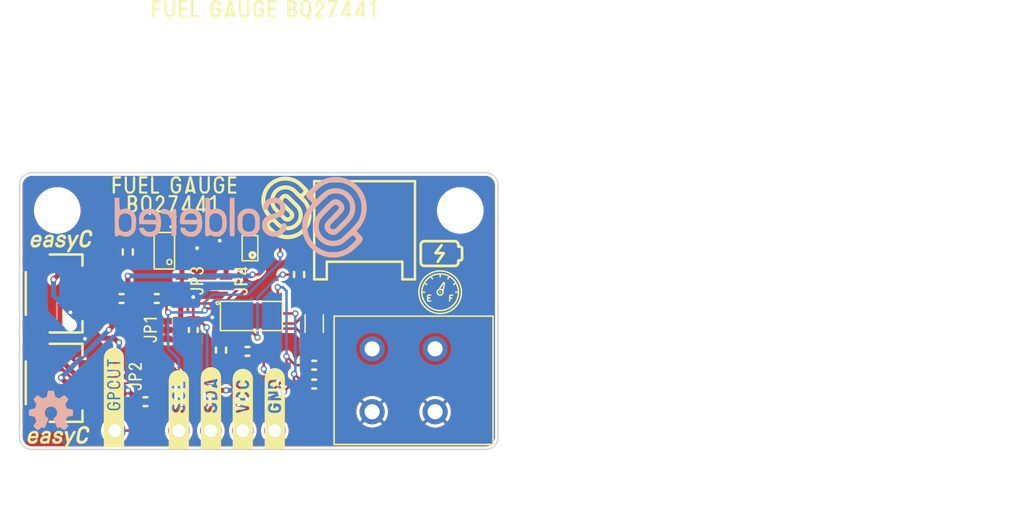
<source format=kicad_pcb>
(kicad_pcb (version 20210623) (generator pcbnew)
  (layers (0 "F.Cu" signal) (31 "B.Cu" signal) (34 "B.Paste" user) (35 "F.Paste" user) (36 "B.SilkS" user "B.Silkscreen") (37 "F.SilkS" user "F.Silkscreen") (38 "B.Mask" user) (39 "F.Mask" user) (44 "Edge.Cuts" user))
  (net 0 "")
  (net 1 "GND")
  (net 2 "Net-(C1-Pad2)")
  (net 3 "VCC")
  (net 4 "Net-(C3-Pad2)")
  (net 5 "3V3")
  (net 6 "SCL_PULL5")
  (net 7 "5V")
  (net 8 "SDA_PULL5")
  (net 9 "SCL_PULL3,3")
  (net 10 "SDA_PULL3,3")
  (net 11 "GPOUT")
  (net 12 "VSYS")
  (net 13 "SCL3,3")
  (net 14 "SDA3,3")
  (net 15 "SDA5")
  (net 16 "SCL5")
  (net 19 "BIN")
  (footprint "Soldered Graphics:Logo-Back-SolderedFULL-20mm" (layer "F.Cu") (at 127.57 95.54)
    (fp_text reference "REF**" hide)
    (fp_text value "Logo-Front-SolderedFULL-20mm" hide)
  )
  (footprint "buzzardLabel" (layer "F.Cu") (at 125.2 114.4 90)
    (fp_text reference "" (at 0 0 90) (layer "F.SilkS") (effects (font (size 1.27 1.27))))
    (fp_text value "" (at 0 0 90) (layer "F.SilkS") (effects (font (size 1.27 1.27))))
  )
  (footprint "buzzardLabel" (layer "F.Cu") (at 127.6 100.6 90)
    (fp_text reference "" (at 0 0 90) (layer "F.SilkS") (effects (font (size 1.27 1.27))))
    (fp_text value "" (at 0 0 90) (layer "F.SilkS") (effects (font (size 1.27 1.27))))
  )
  (footprint "buzzardLabel" (layer "F.Cu") (at 124.1 100.6 90)
    (fp_text reference "" (at 0 0 90) (layer "F.SilkS") (effects (font (size 1.27 1.27))))
    (fp_text value "" (at 0 0 90) (layer "F.SilkS") (effects (font (size 1.27 1.27))))
  )
  (footprint "buzzardLabel" (layer "F.Cu") (at 122.3 93)
    (fp_text reference "" (at 0 0) (layer "F.SilkS") (effects (font (size 1.27 1.27))))
    (fp_text value "" (at 0 0) (layer "F.SilkS") (effects (font (size 1.27 1.27))))
  )
  (footprint "buzzardLabel" (layer "F.Cu") (at 122.1 94.5)
    (fp_text reference "" (at 0 0) (layer "F.SilkS") (effects (font (size 1.27 1.27))))
    (fp_text value "" (at 0 0) (layer "F.SilkS") (effects (font (size 1.27 1.27))))
  )
  (footprint "e-radionica.com footprinti:0603R" (layer "F.Cu") (at 118.1 102 180)
    (fp_text reference "R1")
    (fp_text value "10k")
    (pad "1" smd rect locked (at -0.775 0 270) (size 1 0.64) (layers "F.Cu" "F.Paste" "F.Mask") (net 10 "SDA_PULL3,3"))
    (pad "2" smd rect locked (at 0.775 0 270) (size 1 0.64) (layers "F.Cu" "F.Paste" "F.Mask") (net 14 "SDA3,3"))
  )
  (footprint "e-radionica.com footprinti:HOLE_3.2mm" (layer "F.Cu") (at 113 95)
    (fp_text reference "H1" hide)
    (fp_text value "HOLE_3.2mm" hide)
    (pad "" np_thru_hole circle locked (at 0 0) (size 3.2 3.2) (drill 3.2) (layers F&B.Cu *.Mask))
  )
  (footprint "e-radionica.com footprinti:SMD-JUMPER-CONNECTED_TRACE_SLODERMASK" (layer "F.Cu") (at 122.9 100.6 -90)
    (fp_text reference "JP3")
    (fp_text value "SMD-JUMPER-CONNECTED_TRACE_SLODERMASK")
    (fp_poly (pts (xy 0.1 0.1) (xy -0.1 0.1) (xy -0.1 -0.1) (xy 0.1 -0.1)) (layer "F.Cu") (width 0.1) (fill solid))
    (pad "1" smd rect (at -0.35 0 270) (size 0.5 1) (layers "F.Cu" "F.Mask") (net 4 "Net-(C3-Pad2)"))
    (pad "2" smd rect (at 0.35 0 270) (size 0.5 1) (layers "F.Cu" "F.Mask") (net 7 "5V"))
  )
  (footprint "e-radionica.com footprinti:BQ27441" (layer "F.Cu") (at 128.413285 103.39 90)
    (fp_text reference "U1")
    (fp_text value "BQ27441")
    (pad "" smd rect (at 0 0 270) (size 2 2) (layers "F.Cu" "F.Paste" "F.Mask"))
    (pad "1" smd rect (at 1 -1.975 180) (size 0.85 0.2) (layers "F.Cu" "F.Paste" "F.Mask") (net 15 "SDA5"))
    (pad "2" smd rect (at 0.6 -1.975 180) (size 0.85 0.2) (layers "F.Cu" "F.Paste" "F.Mask") (net 16 "SCL5"))
    (pad "3" smd rect (at 0.2 -1.975 180) (size 0.85 0.2) (layers "F.Cu" "F.Paste" "F.Mask") (net 1 "GND"))
    (pad "4" smd rect (at -0.2 -1.975 180) (size 0.85 0.2) (layers "F.Cu" "F.Paste" "F.Mask"))
    (pad "5" smd rect (at -0.6 -1.975 180) (size 0.85 0.2) (layers "F.Cu" "F.Paste" "F.Mask") (net 2 "Net-(C1-Pad2)"))
    (pad "6" smd rect (at -1 -1.98 180) (size 0.85 0.2) (layers "F.Cu" "F.Paste" "F.Mask") (net 3 "VCC"))
    (pad "7" smd rect (at -1 1.975 180) (size 0.85 0.2) (layers "F.Cu" "F.Paste" "F.Mask") (net 12 "VSYS"))
    (pad "8" smd rect (at -0.6 1.975 180) (size 0.85 0.2) (layers "F.Cu" "F.Paste" "F.Mask") (net 3 "VCC"))
    (pad "9" smd rect (at -0.2 1.975 180) (size 0.85 0.2) (layers "F.Cu" "F.Paste" "F.Mask"))
    (pad "10" smd rect (at 0.2 1.975 180) (size 0.85 0.2) (layers "F.Cu" "F.Paste" "F.Mask") (net 19 "BIN"))
    (pad "11" smd rect (at 0.6 1.975 180) (size 0.85 0.2) (layers "F.Cu" "F.Paste" "F.Mask"))
    (pad "12" smd rect (at 1 1.975 180) (size 0.85 0.2) (layers "F.Cu" "F.Paste" "F.Mask") (net 11 "GPOUT"))
  )
  (footprint "buzzardLabel" (layer "F.Cu") (at 119.2 108.2 90)
    (fp_text reference "" (at 0 0 90) (layer "F.SilkS") (effects (font (size 1.27 1.27))))
    (fp_text value "" (at 0 0 90) (layer "F.SilkS") (effects (font (size 1.27 1.27))))
  )
  (footprint "buzzardLabel" (layer "F.Cu") (at 122.65 114.4 90)
    (fp_text reference "" (at 0 0 90) (layer "F.SilkS") (effects (font (size 1.27 1.27))))
    (fp_text value "" (at 0 0 90) (layer "F.SilkS") (effects (font (size 1.27 1.27))))
  )
  (footprint "buzzardLabel" (layer "F.Cu") (at 130.27 114.4 90)
    (fp_text reference "" (at 0 0 90) (layer "F.SilkS") (effects (font (size 1.27 1.27))))
    (fp_text value "" (at 0 0 90) (layer "F.SilkS") (effects (font (size 1.27 1.27))))
  )
  (footprint "Soldered Graphics:Logo-Back-OSH-3.5mm" (layer "F.Cu") (at 112.5 110.9)
    (fp_text reference "G***" hide)
    (fp_text value "LOGO" hide)
  )
  (footprint "e-radionica.com footprinti:0603R" (layer "F.Cu") (at 120.9 102)
    (fp_text reference "R2")
    (fp_text value "10k")
    (pad "1" smd rect locked (at -0.775 0 90) (size 1 0.64) (layers "F.Cu" "F.Paste" "F.Mask") (net 6 "SCL_PULL5"))
    (pad "2" smd rect locked (at 0.775 0 90) (size 1 0.64) (layers "F.Cu" "F.Paste" "F.Mask") (net 16 "SCL5"))
  )
  (footprint "e-radionica.com footprinti:TERMINAL_KF235-5.0-2P" (layer "F.Cu") (at 140.5 108.5 90)
    (fp_text reference "K3")
    (fp_text value "TERMINAL_KF235-5.0-2P")
    (pad "1" thru_hole circle (at 2.5 -2.5 90) (size 2 2) (drill 1.2) (layers *.Cu *.Mask) (net 12 "VSYS"))
    (pad "1" thru_hole circle (at 2.5 2.5 90) (size 2 2) (drill 1.2) (layers *.Cu *.Mask) (net 12 "VSYS"))
    (pad "2" thru_hole circle (at -2.5 -2.5 90) (size 2 2) (drill 1.2) (layers *.Cu *.Mask) (net 1 "GND"))
    (pad "2" thru_hole circle (at -2.5 2.5 90) (size 2 2) (drill 1.2) (layers *.Cu *.Mask) (net 1 "GND"))
  )
  (footprint "e-radionica.com footprinti:easyC-connector" (layer "F.Cu") (at 113.3 101.6 90)
    (fp_text reference "K5")
    (fp_text value "easyC-SMD")
    (pad "1" smd rect locked (at -1.5 2.15 90) (size 0.6 1.55) (layers "F.Cu" "F.Paste" "F.Mask") (net 13 "SCL3,3"))
    (pad "2" smd rect locked (at -0.5 2.15 90) (size 0.6 1.55) (layers "F.Cu" "F.Paste" "F.Mask") (net 14 "SDA3,3"))
    (pad "3" smd rect locked (at 0.5 2.15 90) (size 0.6 1.55) (layers "F.Cu" "F.Paste" "F.Mask") (net 5 "3V3"))
    (pad "4" smd rect locked (at 1.5 2.15 90) (size 0.6 1.55) (layers "F.Cu" "F.Paste" "F.Mask") (net 1 "GND"))
    (pad "5" smd rect locked (at -2.6 -2.15 90) (size 1.2 1.8) (layers "F.Cu" "F.Paste" "F.Mask") (net 1 "GND"))
    (pad "5" smd rect locked (at 2.6 -2.15 90) (size 1.2 1.8) (layers "F.Cu" "F.Paste" "F.Mask") (net 1 "GND"))
  )
  (footprint "Soldered Graphics:Symbol-Front-Battery" (layer "F.Cu") (at 143.5 98.5)
    (fp_text reference "G***" hide)
    (fp_text value "LOGO" hide)
  )
  (footprint "e-radionica.com footprinti:JST-2pin-SMD" (layer "F.Cu") (at 137.4 97.475)
    (fp_text reference "K2")
    (fp_text value "JST-2pin-SMD")
    (pad "" smd rect locked (at 3.3 -3.15) (size 1 3) (layers "F.Cu" "F.Paste" "F.Mask"))
    (pad "" smd rect locked (at -3.3 -3.15) (size 1 3) (layers "F.Cu" "F.Paste" "F.Mask"))
    (pad "1" smd rect locked (at 1 3.15) (size 1.1 2) (layers "F.Cu" "F.Paste" "F.Mask") (net 3 "VCC"))
    (pad "2" smd rect locked (at -1 3.15) (size 1.1 2) (layers "F.Cu" "F.Paste" "F.Mask") (net 1 "GND"))
  )
  (footprint "Soldered Graphics:Logo-Front-Soldered-5mm" (layer "F.Cu") (at 131.2 94.8)
    (fp_text reference "G***" hide)
    (fp_text value "LOGO" hide)
  )
  (footprint "e-radionica.com footprinti:0603R" (layer "F.Cu") (at 128.1 106.2)
    (fp_text reference "R5")
    (fp_text value "10K")
    (pad "1" smd rect locked (at -0.775 0 90) (size 1 0.64) (layers "F.Cu" "F.Paste" "F.Mask") (net 1 "GND"))
    (pad "2" smd rect locked (at 0.775 0 90) (size 1 0.64) (layers "F.Cu" "F.Paste" "F.Mask") (net 19 "BIN"))
  )
  (footprint "e-radionica.com footprinti:1206R" (layer "F.Cu") (at 133.4 104 -90)
    (fp_text reference "R6")
    (fp_text value "0.010R")
    (pad "1" smd rect locked (at -1.525 0 270) (size 1.1 1.8) (layers "F.Cu" "F.Paste" "F.Mask") (net 3 "VCC"))
    (pad "2" smd rect locked (at 1.525 0 270) (size 1.1 1.8) (layers "F.Cu" "F.Paste" "F.Mask") (net 12 "VSYS"))
  )
  (footprint "e-radionica.com footprinti:0603R" (layer "F.Cu") (at 133.4 107.3)
    (fp_text reference "R8")
    (fp_text value "10K")
    (pad "1" smd rect locked (at -0.775 0 90) (size 1 0.64) (layers "F.Cu" "F.Paste" "F.Mask") (net 11 "GPOUT"))
    (pad "2" smd rect locked (at 0.775 0 90) (size 1 0.64) (layers "F.Cu" "F.Paste" "F.Mask") (net 12 "VSYS"))
  )
  (footprint "e-radionica.com footprinti:easyC-connector" (layer "F.Cu") (at 113.3 108.7 90)
    (fp_text reference "K4")
    (fp_text value "easyC-SMD")
    (pad "1" smd rect locked (at -1.5 2.15 90) (size 0.6 1.55) (layers "F.Cu" "F.Paste" "F.Mask") (net 13 "SCL3,3"))
    (pad "2" smd rect locked (at -0.5 2.15 90) (size 0.6 1.55) (layers "F.Cu" "F.Paste" "F.Mask") (net 14 "SDA3,3"))
    (pad "3" smd rect locked (at 0.5 2.15 90) (size 0.6 1.55) (layers "F.Cu" "F.Paste" "F.Mask") (net 5 "3V3"))
    (pad "4" smd rect locked (at 1.5 2.15 90) (size 0.6 1.55) (layers "F.Cu" "F.Paste" "F.Mask") (net 1 "GND"))
    (pad "5" smd rect locked (at 2.6 -2.15 90) (size 1.2 1.8) (layers "F.Cu" "F.Paste" "F.Mask") (net 1 "GND"))
    (pad "5" smd rect locked (at -2.6 -2.15 90) (size 1.2 1.8) (layers "F.Cu" "F.Paste" "F.Mask") (net 1 "GND"))
  )
  (footprint "e-radionica.com footprinti:0603R" (layer "F.Cu") (at 120 110.2)
    (fp_text reference "R4")
    (fp_text value "10k")
    (pad "1" smd rect locked (at -0.775 0 90) (size 1 0.64) (layers "F.Cu" "F.Paste" "F.Mask") (net 13 "SCL3,3"))
    (pad "2" smd rect locked (at 0.775 0 90) (size 1 0.64) (layers "F.Cu" "F.Paste" "F.Mask") (net 9 "SCL_PULL3,3"))
  )
  (footprint "e-radionica.com footprinti:SMD_JUMPER_3_PAD_TRACE" (layer "F.Cu") (at 121.6 104.5 -90)
    (fp_text reference "JP1")
    (fp_text value "SMD_JUMPER_3_PAD_TRACE")
    (fp_poly (pts (xy 0.45 0.05) (xy 0.25 0.05) (xy 0.25 -0.05) (xy 0.45 -0.05)) (layer "F.Cu") (width 0.1) (fill solid))
    (fp_poly (pts (xy -0.25 0.05) (xy -0.45 0.05) (xy -0.45 -0.05) (xy -0.25 -0.05)) (layer "F.Cu") (width 0.1) (fill solid))
    (pad "1" smd rect (at -0.7 0 90) (size 0.5 1) (layers "F.Cu" "F.Mask") (net 6 "SCL_PULL5"))
    (pad "2" smd custom (at 0 0 90) (size 0.5 1) (layers "F.Cu" "F.Mask") (net 7 "5V") (options (clearance outline) (anchor rect)) (primitives))
    (pad "3" smd rect (at 0.7 0 90) (size 0.5 1) (layers "F.Cu" "F.Mask") (net 8 "SDA_PULL5"))
  )
  (footprint "e-radionica.com footprinti:0603R" (layer "F.Cu") (at 123.8 104.5 -90)
    (fp_text reference "R3")
    (fp_text value "10k")
    (pad "1" smd rect locked (at -0.775 0) (size 1 0.64) (layers "F.Cu" "F.Paste" "F.Mask") (net 15 "SDA5"))
    (pad "2" smd rect locked (at 0.775 0) (size 1 0.64) (layers "F.Cu" "F.Paste" "F.Mask") (net 8 "SDA_PULL5"))
  )
  (footprint "e-radionica.com footprinti:0603C" (layer "F.Cu") (at 132.2 100.09 -90)
    (fp_text reference "C2")
    (fp_text value "1u")
    (pad "1" smd rect locked (at -0.73 0 270) (size 0.66 1) (layers "F.Cu" "F.Paste" "F.Mask") (net 1 "GND"))
    (pad "2" smd rect locked (at 0.73 0 270) (size 0.66 1) (layers "F.Cu" "F.Paste" "F.Mask") (net 3 "VCC"))
  )
  (footprint "e-radionica.com footprinti:SOT-23-5" (layer "F.Cu") (at 121.5 98.2 180)
    (fp_text reference "U3")
    (fp_text value "SE5218")
    (pad "1" smd rect (at -1.3 -0.95 180) (size 1.1 0.6) (layers "F.Cu" "F.Paste" "F.Mask") (net 4 "Net-(C3-Pad2)"))
    (pad "2" smd rect (at -1.3 0 180) (size 1.1 0.6) (layers "F.Cu" "F.Paste" "F.Mask") (net 1 "GND"))
    (pad "3" smd rect (at -1.3 0.95 180) (size 1.1 0.6) (layers "F.Cu" "F.Paste" "F.Mask") (net 4 "Net-(C3-Pad2)"))
    (pad "4" smd rect (at 1.3 0.95 180) (size 1.1 0.6) (layers "F.Cu" "F.Paste" "F.Mask"))
    (pad "5" smd rect (at 1.3 -0.95 180) (size 1.1 0.6) (layers "F.Cu" "F.Paste" "F.Mask") (net 5 "3V3"))
  )
  (footprint "buzzardLabel" (layer "F.Cu") (at 117.5 114.2 90)
    (fp_text reference "" (at 0 0 90) (layer "F.SilkS") (effects (font (size 1.27 1.27))))
    (fp_text value "" (at 0 0 90) (layer "F.SilkS") (effects (font (size 1.27 1.27))))
  )
  (footprint "e-radionica.com footprinti:0603C" (layer "F.Cu") (at 122.19 95.9)
    (fp_text reference "C3")
    (fp_text value "2.2uF")
    (pad "1" smd rect locked (at -0.73 0) (size 0.66 1) (layers "F.Cu" "F.Paste" "F.Mask") (net 1 "GND"))
    (pad "2" smd rect locked (at 0.73 0) (size 0.66 1) (layers "F.Cu" "F.Paste" "F.Mask") (net 4 "Net-(C3-Pad2)"))
  )
  (footprint "e-radionica.com footprinti:HOLE_3.2mm" (layer "F.Cu") (at 145 95)
    (fp_text reference "H2" hide)
    (fp_text value "HOLE_3.2mm" hide)
    (pad "" np_thru_hole circle locked (at 0 0) (size 3.2 3.2) (drill 3.2) (layers F&B.Cu *.Mask))
  )
  (footprint "Soldered Graphics:Logo-Front-easyC-5mm" (layer "F.Cu") (at 113.34 97.4)
    (fp_text reference "Ge" hide)
    (fp_text value "LOGO" hide)
  )
  (footprint "e-radionica.com footprinti:HOLE_3.2mm" (layer "F.Cu") (at 186.77 100.45)
    (fp_text reference "H1" hide)
    (fp_text value "HOLE_3.2mm" hide)
  )
  (footprint "e-radionica.com footprinti:0603R" (layer "F.Cu") (at 133.4 108.8)
    (fp_text reference "R7")
    (fp_text value "1.8M")
    (pad "1" smd rect locked (at -0.775 0 90) (size 1 0.64) (layers "F.Cu" "F.Paste" "F.Mask") (net 19 "BIN"))
    (pad "2" smd rect locked (at 0.775 0 90) (size 1 0.64) (layers "F.Cu" "F.Paste" "F.Mask") (net 12 "VSYS"))
  )
  (footprint "buzzardLabel" (layer "F.Cu") (at 129.4 79)
    (fp_text reference "" (at 0 0) (layer "F.SilkS") (effects (font (size 1.27 1.27))))
    (fp_text value "" (at 0 0) (layer "F.SilkS") (effects (font (size 1.27 1.27))))
  )
  (footprint "e-radionica.com footprinti:SOT-363" (layer "F.Cu") (at 128.3 98 180)
    (fp_text reference "U2")
    (fp_text value "NMOS-DUAL")
    (pad "1" smd rect (at -0.92 -0.65 270) (size 0.3 0.66) (layers "F.Cu" "F.Paste" "F.Mask") (net 14 "SDA3,3"))
    (pad "2" smd rect (at -0.92 0 270) (size 0.3 0.66) (layers "F.Cu" "F.Paste" "F.Mask") (net 5 "3V3"))
    (pad "3" smd rect (at -0.92 0.65 270) (size 0.3 0.66) (layers "F.Cu" "F.Paste" "F.Mask") (net 16 "SCL5"))
    (pad "4" smd rect (at 0.92 0.65 270) (size 0.3 0.66) (layers "F.Cu" "F.Paste" "F.Mask") (net 13 "SCL3,3"))
    (pad "5" smd rect (at 0.92 0 270) (size 0.3 0.66) (layers "F.Cu" "F.Paste" "F.Mask") (net 5 "3V3"))
    (pad "6" smd rect (at 0.92 -0.65 270) (size 0.3 0.66) (layers "F.Cu" "F.Paste" "F.Mask") (net 15 "SDA5"))
  )
  (footprint "e-radionica.com footprinti:SMD_JUMPER" (layer "F.Cu") (at 126.4 100.6 90)
    (fp_text reference "JP4")
    (fp_text value "SMD_JUMPER")
    (pad "1" smd rect (at -0.35 0 90) (size 0.5 1) (layers "F.Cu" "F.Mask") (net 7 "5V"))
    (pad "2" smd rect (at 0.35 0 90) (size 0.5 1) (layers "F.Cu" "F.Mask") (net 5 "3V3"))
  )
  (footprint "e-radionica.com footprinti:FIDUCIAL_23" (layer "F.Cu") (at 139.24 94.97)
    (fp_text reference "FD1")
    (fp_text value "FIDUCIAL")
    (fp_circle (center 0 0) (end 1 0) (layer "F.Cu") (width 0.2) (fill none))
    (pad "1" smd circle (at 0 0) (size 1 1) (layers "F.Cu" "F.Paste" "F.Mask") (clearance 1.1))
  )
  (footprint "Soldered Graphics:Logo-Front-easyC-5mm" (layer "F.Cu") (at 113.1 113)
    (fp_text reference "G***" hide)
    (fp_text value "LOGO" hide)
  )
  (footprint "e-radionica.com footprinti:HOLE_3.2mm" (layer "F.Cu") (at 179.37 107.42)
    (fp_text reference "H2" hide)
    (fp_text value "HOLE_3.2mm" hide)
  )
  (footprint "buzzardLabel" (layer "F.Cu") (at 120.4 104.5 90)
    (fp_text reference "" (at 0 0 90) (layer "F.SilkS") (effects (font (size 1.27 1.27))))
    (fp_text value "" (at 0 0 90) (layer "F.SilkS") (effects (font (size 1.27 1.27))))
  )
  (footprint "e-radionica.com footprinti:SMD_JUMPER_3_PAD_TRACE" (layer "F.Cu") (at 120.4 108.2 90)
    (fp_text reference "JP2")
    (fp_text value "SMD_JUMPER_3_PAD_TRACE")
    (fp_poly (pts (xy 0.45 0.05) (xy 0.25 0.05) (xy 0.25 -0.05) (xy 0.45 -0.05)) (layer "F.Cu") (width 0.1) (fill solid))
    (fp_poly (pts (xy -0.25 0.05) (xy -0.45 0.05) (xy -0.45 -0.05) (xy -0.25 -0.05)) (layer "F.Cu") (width 0.1) (fill solid))
    (pad "1" smd rect (at -0.7 0 270) (size 0.5 1) (layers "F.Cu" "F.Mask") (net 9 "SCL_PULL3,3"))
    (pad "2" smd custom (at 0 0 270) (size 0.5 1) (layers "F.Cu" "F.Mask") (net 5 "3V3") (options (clearance outline) (anchor rect)) (primitives))
    (pad "3" smd rect (at 0.7 0 270) (size 0.5 1) (layers "F.Cu" "F.Mask") (net 10 "SDA_PULL3,3"))
  )
  (footprint "e-radionica.com footprinti:0603C" (layer "F.Cu") (at 126 106.1 90)
    (fp_text reference "C1")
    (fp_text value "1u")
    (pad "1" smd rect locked (at -0.73 0 90) (size 0.66 1) (layers "F.Cu" "F.Paste" "F.Mask") (net 1 "GND"))
    (pad "2" smd rect locked (at 0.73 0 90) (size 0.66 1) (layers "F.Cu" "F.Paste" "F.Mask") (net 2 "Net-(C1-Pad2)"))
  )
  (footprint "buzzardLabel" (layer "F.Cu") (at 127.73 114.4 90)
    (fp_text reference "" (at 0 0 90) (layer "F.SilkS") (effects (font (size 1.27 1.27))))
    (fp_text value "" (at 0 0 90) (layer "F.SilkS") (effects (font (size 1.27 1.27))))
  )
  (footprint "Soldered Graphics:Symbol-Front-Fuel-Gauge" (layer "F.Cu") (at 143.4 101.5)
    (fp_text reference "G***" hide)
    (fp_text value "LOGO" hide)
  )
  (footprint "e-radionica.com footprinti:0603C" (layer "F.Cu") (at 118.6 98.3 -90)
    (fp_text reference "C4")
    (fp_text value "2.2uF")
    (pad "1" smd rect locked (at -0.73 0 270) (size 0.66 1) (layers "F.Cu" "F.Paste" "F.Mask") (net 1 "GND"))
    (pad "2" smd rect locked (at 0.73 0 270) (size 0.66 1) (layers "F.Cu" "F.Paste" "F.Mask") (net 5 "3V3"))
  )
  (footprint "Soldered Graphics:Version1.0.0." (layer "B.Cu") (at 112.2 113.2 180)
    (fp_text reference "Ref**" hide)
    (fp_text value "Val**" hide)
    (fp_poly (pts (xy -0.44 -0.38) (xy -0.39 -0.38) (xy -0.34 -0.37) (xy -0.34 -0.33) (xy -0.34 -0.27) (xy -0.38 -0.26) (xy -0.43 -0.26) (xy -0.46 -0.29) (xy -0.46 -0.34) (xy -0.44 -0.38)) (layer "B.Cu") (width 0.01) (fill solid))
    (fp_poly (pts (xy 0.43 -0.38) (xy 0.48 -0.38) (xy 0.54 -0.37) (xy 0.54 -0.33) (xy 0.54 -0.27) (xy 0.5 -0.26) (xy 0.45 -0.26) (xy 0.42 -0.29) (xy 0.42 -0.34) (xy 0.43 -0.38)) (layer "B.Cu") (width 0.01) (fill solid))
    (fp_poly (pts (xy -1.33 -0.35) (xy -1.27 -0.35) (xy -1.25 -0.31) (xy -1.09 0.1) (xy -1.11 0.13) (xy -1.16 0.13) (xy -1.19 0.1) (xy -1.28 -0.16) (xy -1.3 -0.21) (xy -1.32 -0.17) (xy -1.41 0.09) (xy -1.44 0.13) (xy -1.49 0.13) (xy -1.51 0.1) (xy -1.36 -0.31) (xy -1.33 -0.35)) (layer "B.Cu") (width 0.01) (fill solid))
    (fp_poly (pts (xy 0.93 -0.35) (xy 0.99 -0.35) (xy 1.04 -0.33) (xy 1.01 -0.28) (xy 0.91 -0.28) (xy 0.87 -0.25) (xy 0.85 -0.2) (xy 0.83 -0.15) (xy 0.83 -0.11) (xy 0.82 0.01) (xy 0.83 0.13) (xy 0.83 0.17) (xy 0.84 0.22) (xy 0.87 0.27) (xy 0.9 0.3) (xy 1.01 0.3) (xy 1.04 0.26) (xy 1.05 0.21) (xy 1.06 0.15) (xy 1.07 0.05) (xy 1.07 -0.08) (xy 1.06 -0.12) (xy 1.06 -0.17) (xy 1.04 -0.22) (xy 1.02 -0.27) (xy 1.01 -0.28) (xy 1.05 -0.32) (xy 1.09 -0.29) (xy 1.12 -0.26) (xy 1.14 -0.22) (xy 1.15 -0.16) (xy 1.16 -0.11) (xy 1.16 -0.06) (xy 1.16 0.06) (xy 1.16 0.12) (xy 1.15 0.17) (xy 1.14 0.22) (xy 1.13 0.27) (xy 1.1 0.3) (xy 1.06 0.34) (xy 1.01 0.37) (xy 0.95 0.38) (xy 0.9 0.38) (xy 0.84 0.35) (xy 0.8 0.31) (xy 0.78 0.28) (xy 0.75 0.23) (xy 0.74 0.18) (xy 0.74 0.13) (xy 0.73 0.08) (xy 0.73 -0.04) (xy 0.73 -0.1) (xy 0.74 -0.14) (xy 0.75 -0.2) (xy 0.77 -0.25) (xy 0.79 -0.28) (xy 0.83 -0.32) (xy 0.89 -0.35) (xy 0.93 -0.35)) (layer "B.Cu") (width 0.01) (fill solid))
    (fp_poly (pts (xy -0.67 -0.35) (xy -0.62 -0.35) (xy -0.6 -0.31) (xy -0.6 0.35) (xy -0.64 0.38) (xy -0.69 0.38) (xy -0.73 0.34) (xy -0.84 0.22) (xy -0.86 0.17) (xy -0.83 0.16) (xy -0.73 0.22) (xy -0.69 0.23) (xy -0.69 -0.31) (xy -0.67 -0.35)) (layer "B.Cu") (width 0.01) (fill solid))
    (fp_poly (pts (xy 0.06 -0.35) (xy 0.11 -0.35) (xy 0.17 -0.33) (xy 0.13 -0.28) (xy 0.03 -0.28) (xy -0.01 -0.25) (xy -0.03 -0.2) (xy -0.05 -0.15) (xy -0.05 -0.11) (xy -0.05 0.01) (xy -0.05 0.13) (xy -0.05 0.17) (xy -0.03 0.22) (xy -0.01 0.27) (xy 0.02 0.3) (xy 0.13 0.3) (xy 0.16 0.26) (xy 0.18 0.21) (xy 0.18 0.15) (xy 0.19 0.05) (xy 0.19 -0.08) (xy 0.19 -0.12) (xy 0.18 -0.17) (xy 0.16 -0.22) (xy 0.14 -0.27) (xy 0.14 -0.28) (xy 0.17 -0.32) (xy 0.21 -0.29) (xy 0.24 -0.26) (xy 0.26 -0.22) (xy 0.27 -0.16) (xy 0.28 -0.11) (xy 0.28 -0.06) (xy 0.28 0.06) (xy 0.28 0.12) (xy 0.27 0.17) (xy 0.26 0.22) (xy 0.25 0.27) (xy 0.22 0.3) (xy 0.19 0.34) (xy 0.13 0.37) (xy 0.08 0.38) (xy 0.02 0.38) (xy -0.03 0.35) (xy -0.08 0.31) (xy -0.1 0.28) (xy -0.12 0.23) (xy -0.14 0.18) (xy -0.14 0.13) (xy -0.15 0.08) (xy -0.15 -0.04) (xy -0.14 -0.1) (xy -0.14 -0.14) (xy -0.13 -0.2) (xy -0.11 -0.25) (xy -0.08 -0.28) (xy -0.05 -0.32) (xy 0.01 -0.35) (xy 0.06 -0.35)) (layer "B.Cu") (width 0.01) (fill solid))
    (fp_poly (pts (xy 1.31 -0.38) (xy 1.36 -0.38) (xy 1.41 -0.37) (xy 1.42 -0.33) (xy 1.42 -0.27) (xy 1.38 -0.26) (xy 1.33 -0.26) (xy 1.3 -0.29) (xy 1.3 -0.34) (xy 1.31 -0.38)) (layer "B.Cu") (width 0.01) (fill solid))
  )
  (footprint "e-radionica.com footprinti:HEADER_MALE_4X1" (layer "B.Cu") (at 126.46 112.5 180)
    (fp_text reference "K6")
    (fp_text value "HEADER_MALE_4X1")
    (pad "1" thru_hole circle locked (at -3.81 0 180) (size 1.7 1.7) (drill 1) (layers *.Cu *.Mask) (net 1 "GND"))
    (pad "2" thru_hole circle locked (at -1.27 0 180) (size 1.7 1.7) (drill 1) (layers *.Cu *.Mask) (net 7 "5V"))
    (pad "3" thru_hole circle locked (at 1.27 0 180) (size 1.7 1.7) (drill 1) (layers *.Cu *.Mask) (net 15 "SDA5"))
    (pad "4" thru_hole circle locked (at 3.81 0 180) (size 1.7 1.7) (drill 1) (layers *.Cu *.Mask) (net 16 "SCL5"))
  )
  (footprint "e-radionica.com footprinti:HEADER_MALE_1X1" (layer "B.Cu") (at 117.57 112.5 180)
    (fp_text reference "K1")
    (fp_text value "HEADER_MALE_1X1")
    (pad "1" thru_hole circle locked (at 0 0 180) (size 1.7 1.7) (drill 1) (layers *.Cu *.Mask) (net 11 "GPOUT"))
  )
  (gr_line (start 148 113) (end 148 93) (layer "Edge.Cuts") (width 0.1))
  (gr_arc (start 111 113) (end 111 114) (angle 90) (layer "Edge.Cuts") (width 0.1))
  (gr_arc (start 147 113) (end 147 114) (angle -90) (layer "Edge.Cuts") (width 0.1))
  (gr_arc (start 147 93) (end 147 92) (angle 90) (layer "Edge.Cuts") (width 0.1))
  (gr_arc (start 111 93) (end 110 93) (angle 90) (layer "Edge.Cuts") (width 0.1))
  (gr_line (start 147 92) (end 111 92) (layer "Edge.Cuts") (width 0.1))
  (gr_line (start 111 114) (end 147 114) (layer "Edge.Cuts") (width 0.1))
  (gr_line (start 110 93) (end 110 113) (layer "Edge.Cuts") (width 0.1))
  (segment (start 125.61 103.19) (end 126.438285 103.19) (width 0.2) (layer "F.Cu") (net 1))
  (segment (start 125.3 103.5) (end 125.61 103.19) (width 0.2) (layer "F.Cu") (net 1))
  (via (at 115.2 105.2) (size 0.5) (drill 0.3) (layers "F.Cu" "B.Cu") (net 1))
  (via (at 125.9 97.4) (size 0.5) (drill 0.3) (layers "F.Cu" "B.Cu") (net 1))
  (via (at 124.1 98) (size 0.5) (drill 0.3) (layers "F.Cu" "B.Cu") (net 1))
  (via (at 125.3 103.5) (size 0.5) (drill 0.3) (layers "F.Cu" "B.Cu") (net 1))
  (via (at 123.793541 101.884929) (size 0.5) (drill 0.3) (layers "F.Cu" "B.Cu") (net 1))
  (segment (start 126.438285 103.99) (end 125.71 103.99) (width 0.2) (layer "F.Cu") (net 2))
  (segment (start 125.41 104.78) (end 126 105.37) (width 0.2) (layer "F.Cu") (net 2))
  (segment (start 125.41 104.29) (end 125.41 104.78) (width 0.2) (layer "F.Cu") (net 2))
  (segment (start 125.71 103.99) (end 125.41 104.29) (width 0.2) (layer "F.Cu") (net 2))
  (segment (start 128.9 105.1) (end 128.5 104.7) (width 0.2) (layer "F.Cu") (net 3))
  (segment (start 126.743285 104.7) (end 126.433285 104.39) (width 0.2) (layer "F.Cu") (net 3))
  (segment (start 130.9 100.1) (end 131.48 100.1) (width 0.2) (layer "F.Cu") (net 3))
  (segment (start 130.388285 103.99) (end 131.885 103.99) (width 0.2) (layer "F.Cu") (net 3))
  (segment (start 128.5 104.7) (end 126.743285 104.7) (width 0.2) (layer "F.Cu") (net 3))
  (segment (start 131.885 103.99) (end 133.4 102.475) (width 0.2) (layer "F.Cu") (net 3))
  (segment (start 131.48 100.1) (end 132.2 100.82) (width 0.2) (layer "F.Cu") (net 3))
  (via (at 130.9 100.1) (size 0.5) (drill 0.3) (layers "F.Cu" "B.Cu") (net 3))
  (via (at 128.9 105.1) (size 0.5) (drill 0.3) (layers "F.Cu" "B.Cu") (net 3))
  (segment (start 128.9 101.9) (end 128.9 105.1) (width 0.2) (layer "B.Cu") (net 3))
  (segment (start 130.7 100.1) (end 128.9 101.9) (width 0.2) (layer "B.Cu") (net 3))
  (segment (start 130.9 100.1) (end 130.7 100.1) (width 0.2) (layer "B.Cu") (net 3))
  (segment (start 123 99.15) (end 124.65 99.15) (width 0.4) (layer "F.Cu") (net 4))
  (segment (start 125.250489 98.549511) (end 125.250489 97.550489) (width 0.4) (layer "F.Cu") (net 4))
  (segment (start 122.9 99.05) (end 123 99.15) (width 0.4) (layer "F.Cu") (net 4))
  (segment (start 122.9 100.25) (end 122.9 99.05) (width 0.4) (layer "F.Cu") (net 4))
  (segment (start 123.04 97.25) (end 122.92 97.13) (width 0.4) (layer "F.Cu") (net 4))
  (segment (start 124.95 97.25) (end 123.04 97.25) (width 0.4) (layer "F.Cu") (net 4))
  (segment (start 122.92 97.13) (end 122.92 95.9) (width 0.4) (layer "F.Cu") (net 4))
  (segment (start 124.65 99.15) (end 125.250489 98.549511) (width 0.4) (layer "F.Cu") (net 4))
  (segment (start 125.250489 97.550489) (end 124.95 97.25) (width 0.4) (layer "F.Cu") (net 4))
  (segment (start 119.60048 94.59952) (end 125 94.59952) (width 0.4) (layer "F.Cu") (net 5))
  (segment (start 117.615 99.915) (end 117.615 98.715) (width 0.4) (layer "F.Cu") (net 5))
  (segment (start 120.2 99.15) (end 120.05 99) (width 0.4) (layer "F.Cu") (net 5))
  (segment (start 116.43 101.1) (end 115.45 101.1) (width 0.4) (layer "F.Cu") (net 5))
  (segment (start 117.615 98.715) (end 116.9 98) (width 0.4) (layer "F.Cu") (net 5))
  (segment (start 113.2 106.824022) (end 114.575978 108.2) (width 0.4) (layer "F.Cu") (net 5))
  (segment (start 120.2 99.15) (end 118.72 99.15) (width 0.4) (layer "F.Cu") (net 5))
  (segment (start 126.4 100.25) (end 126.4 98.350978) (width 0.4) (layer "F.Cu") (net 5))
  (segment (start 113.2 102.475978) (end 113.2 106.824022) (width 0.4) (layer "F.Cu") (net 5))
  (segment (start 120.4 108.2) (end 115.45 108.2) (width 0.4) (layer "F.Cu") (net 5))
  (segment (start 115.45 101.1) (end 114.575978 101.1) (width 0.4) (layer "F.Cu") (net 5))
  (segment (start 129.22 98) (end 127.38 98) (width 0.4) (layer "F.Cu") (net 5))
  (segment (start 126.625489 98.125489) (end 126.750978 98) (width 0.4) (layer "F.Cu") (net 5))
  (segment (start 118.53 99) (end 117.615 99.915) (width 0.4) (layer "F.Cu") (net 5))
  (segment (start 116.9 97.3) (end 119.60048 94.59952) (width 0.4) (layer "F.Cu") (net 5))
  (segment (start 125 94.59952) (end 126.625489 96.225009) (width 0.4) (layer "F.Cu") (net 5))
  (segment (start 116.9 98) (end 116.9 97.3) (width 0.4) (layer "F.Cu") (net 5))
  (segment (start 126.625489 96.225009) (end 126.625489 98.125489) (width 0.4) (layer "F.Cu") (net 5))
  (segment (start 126.4 98.350978) (end 126.625489 98.125489) (width 0.4) (layer "F.Cu") (net 5))
  (segment (start 114.575978 101.1) (end 113.2 102.475978) (width 0.4) (layer "F.Cu") (net 5))
  (segment (start 117.615 99.915) (end 116.43 101.1) (width 0.4) (layer "F.Cu") (net 5))
  (segment (start 114.575978 108.2) (end 115.45 108.2) (width 0.4) (layer "F.Cu") (net 5))
  (segment (start 126.750978 98) (end 127.38 98) (width 0.4) (layer "F.Cu") (net 5))
  (segment (start 118.72 99.15) (end 118.6 99.03) (width 0.4) (layer "F.Cu") (net 5))
  (segment (start 120.125 102.1) (end 120.125 103.225) (width 0.4) (layer "F.Cu") (net 6))
  (segment (start 120.125 103.225) (end 120.7 103.8) (width 0.4) (layer "F.Cu") (net 6))
  (segment (start 120.7 103.8) (end 121.6 103.8) (width 0.4) (layer "F.Cu") (net 6))
  (segment (start 121.6 104.5) (end 120.5 104.5) (width 0.4) (layer "F.Cu") (net 7))
  (segment (start 122.8 104.149022) (end 122.449022 104.5) (width 0.4) (layer "F.Cu") (net 7))
  (segment (start 123.9 109.3) (end 126.4 109.3) (width 0.4) (layer "F.Cu") (net 7))
  (segment (start 122.449022 104.5) (end 121.6 104.5) (width 0.4) (layer "F.Cu") (net 7))
  (segment (start 120.1 105.5) (end 123.9 109.3) (width 0.4) (layer "F.Cu") (net 7))
  (segment (start 126.4 100.95) (end 122.9 100.95) (width 0.4) (layer "F.Cu") (net 7))
  (segment (start 122.9 100.95) (end 122.8 101.05) (width 0.4) (layer "F.Cu") (net 7))
  (segment (start 122.8 101.05) (end 122.8 104.149022) (width 0.4) (layer "F.Cu") (net 7))
  (segment (start 120.1 104.9) (end 120.1 105.5) (width 0.4) (layer "F.Cu") (net 7))
  (segment (start 120.5 104.5) (end 120.1 104.9) (width 0.4) (layer "F.Cu") (net 7))
  (via (at 126.4 109.3) (size 0.5) (drill 0.3) (layers "F.Cu" "B.Cu") (net 7))
  (segment (start 127.73 109.93) (end 127.73 112.5) (width 0.4) (layer "B.Cu") (net 7))
  (segment (start 127.1 109.3) (end 127.73 109.93) (width 0.4) (layer "B.Cu") (net 7))
  (segment (start 126.4 109.3) (end 127.1 109.3) (width 0.4) (layer "B.Cu") (net 7))
  (segment (start 123.8 105.275) (end 121.675 105.275) (width 0.4) (layer "F.Cu") (net 8))
  (segment (start 121.675 105.275) (end 121.6 105.2) (width 0.4) (layer "F.Cu") (net 8))
  (segment (start 120.775 109.275) (end 120.4 108.9) (width 0.4) (layer "F.Cu") (net 9))
  (segment (start 120.775 110.2) (end 120.775 109.275) (width 0.4) (layer "F.Cu") (net 9))
  (segment (start 118.9 106) (end 118.9 102.025) (width 0.4) (layer "F.Cu") (net 10))
  (segment (start 120.4 107.5) (end 118.9 106) (width 0.4) (layer "F.Cu") (net 10))
  (segment (start 118.875 102) (end 118.875 102.1) (width 0.4) (layer "F.Cu") (net 10))
  (segment (start 118.9 102.025) (end 118.875 102) (width 0.4) (layer "F.Cu") (net 10))
  (segment (start 130.5 101.1) (end 130.5 101.97657) (width 0.2) (layer "F.Cu") (net 11))
  (segment (start 117.57 112.5) (end 119.9 112.5) (width 0.2) (layer "F.Cu") (net 11))
  (segment (start 119.9 112.5) (end 122.2 110.2) (width 0.2) (layer "F.Cu") (net 11))
  (segment (start 131.2 106.6) (end 131.9 107.3) (width 0.2) (layer "F.Cu") (net 11))
  (segment (start 131.9 107.3) (end 132.625 107.3) (width 0.2) (layer "F.Cu") (net 11))
  (segment (start 130.388285 102.088285) (end 130.388285 102.39) (width 0.2) (layer "F.Cu") (net 11))
  (segment (start 131.2 108.2) (end 131.2 106.6) (width 0.2) (layer "F.Cu") (net 11))
  (segment (start 130.5 101.97657) (end 130.388285 102.088285) (width 0.2) (layer "F.Cu") (net 11))
  (segment (start 129.2 110.2) (end 131.2 108.2) (width 0.2) (layer "F.Cu") (net 11))
  (segment (start 122.2 110.2) (end 129.2 110.2) (width 0.2) (layer "F.Cu") (net 11))
  (via (at 131.2 106.6) (size 0.5) (drill 0.3) (layers "F.Cu" "B.Cu") (net 11))
  (via (at 130.5 101.1) (size 0.5) (drill 0.3) (layers "F.Cu" "B.Cu") (net 11))
  (segment (start 130.5 101.1) (end 130.9 101.1) (width 0.2) (layer "B.Cu") (net 11))
  (segment (start 131.2 101.4) (end 131.2 106.6) (width 0.2) (layer "B.Cu") (net 11))
  (segment (start 130.9 101.1) (end 131.2 101.4) (width 0.2) (layer "B.Cu") (net 11))
  (segment (start 131.98952 104.38952) (end 130.388765 104.38952) (width 0.2) (layer "F.Cu") (net 12))
  (segment (start 133.125 105.525) (end 131.98952 104.38952) (width 0.2) (layer "F.Cu") (net 12))
  (segment (start 133.4 105.525) (end 133.125 105.525) (width 0.2) (layer "F.Cu") (net 12))
  (segment (start 130.388765 104.38952) (end 130.388285 104.39) (width 0.2) (layer "F.Cu") (net 12))
  (segment (start 119.225 109.925) (end 119.225 110.2) (width 0.4) (layer "F.Cu") (net 13))
  (segment (start 118.6 109.3) (end 119.225 109.925) (width 0.4) (layer "F.Cu") (net 13))
  (segment (start 127.38 95.28) (end 126.1 94) (width 0.4) (layer "F.Cu") (net 13))
  (segment (start 117.369037 105.149511) (end 116.449511 105.149511) (width 0.4) (layer "F.Cu") (net 13))
  (segment (start 116.449511 105.149511) (end 115.4 104.1) (width 0.4) (layer "F.Cu") (net 13))
  (segment (start 115.4 103.15) (end 115.45 103.1) (width 0.4) (layer "F.Cu") (net 13))
  (segment (start 117.434274 105.084274) (end 117.369037 105.149511) (width 0.4) (layer "F.Cu") (net 13))
  (segment (start 115.5 103.15) (end 115.45 103.1) (width 0.4) (layer "F.Cu") (net 13))
  (segment (start 118.6 109.3) (end 117.7 110.2) (width 0.4) (layer "F.Cu") (net 13))
  (segment (start 126.1 94) (end 119.2 94) (width 0.4) (layer "F.Cu") (net 13))
  (segment (start 119.2 94) (end 112.7 100.5) (width 0.4) (layer "F.Cu") (net 13))
  (segment (start 117.7 110.2) (end 115.45 110.2) (width 0.4) (layer "F.Cu") (net 13))
  (segment (start 114.0495 103.1) (end 115.45 103.1) (width 0.4) (layer "F.Cu") (net 13))
  (segment (start 117.85 105.5) (end 117.434274 105.084274) (width 0.4) (layer "F.Cu") (net 13))
  (segment (start 127.38 97.35) (end 127.38 95.28) (width 0.4) (layer "F.Cu") (net 13))
  (segment (start 117.9 105.5) (end 117.85 105.5) (width 0.4) (layer "F.Cu") (net 13))
  (segment (start 115.4 104.1) (end 115.4 103.15) (width 0.4) (layer "F.Cu") (net 13))
  (via (at 117.9 105.5) (size 0.5) (drill 0.3) (layers "F.Cu" "B.Cu") (net 13))
  (via (at 112.7 100.5) (size 0.5) (drill 0.3) (layers "F.Cu" "B.Cu") (net 13))
  (via (at 118.6 109.3) (size 0.5) (drill 0.3) (layers "F.Cu" "B.Cu") (net 13))
  (via (at 114.0495 103.1) (size 0.5) (drill 0.3) (layers "F.Cu" "B.Cu") (net 13))
  (segment (start 118.6 109.3) (end 117.9 108.6) (width 0.4) (layer "B.Cu") (net 13))
  (segment (start 117.9 108.6) (end 117.9 105.5) (width 0.4) (layer "B.Cu") (net 13))
  (segment (start 114.0495 103.1) (end 112.7 101.7505) (width 0.4) (layer "B.Cu") (net 13))
  (segment (start 112.7 101.7505) (end 112.7 100.5) (width 0.4) (layer "B.Cu") (net 13))
  (segment (start 129.22 99.78) (end 129.22 98.65) (width 0.2) (layer "F.Cu") (net 14))
  (segment (start 128.9 100.1) (end 129.22 99.78) (width 0.2) (layer "F.Cu") (net 14))
  (segment (start 113.3 108.3) (end 114.2 109.2) (width 0.4) (layer "F.Cu") (net 14))
  (segment (start 114.2 109.2) (end 115.45 109.2) (width 0.4) (layer "F.Cu") (net 14))
  (segment (start 117.325 104.275) (end 117.1 104.5) (width 0.4) (layer "F.Cu") (net 14))
  (segment (start 118.6 100.725) (end 118.6 100.2) (width 0.4) (layer "F.Cu") (net 14))
  (segment (start 117.225 102.1) (end 118.6 100.725) (width 0.4) (layer "F.Cu") (net 14))
  (segment (start 128.5 100.1) (end 128.9 100.1) (width 0.2) (layer "F.Cu") (net 14))
  (segment (start 117.325 102) (end 117.325 104.275) (width 0.4) (layer "F.Cu") (net 14))
  (segment (start 115.45 102.1) (end 117.225 102.1) (width 0.4) (layer "F.Cu") (net 14))
  (via (at 118.6 100.2) (size 0.5) (drill 0.3) (layers "F.Cu" "B.Cu") (net 14))
  (via (at 117.1 104.5) (size 0.5) (drill 0.3) (layers "F.Cu" "B.Cu") (net 14))
  (via (at 128.5 100.1) (size 0.5) (drill 0.3) (layers "F.Cu" "B.Cu") (net 14))
  (via (at 113.3 108.3) (size 0.5) (drill 0.3) (layers "F.Cu" "B.Cu") (net 14))
  (segment (start 117.1 104.5) (end 113.3 108.3) (width 0.4) (layer "B.Cu") (net 14))
  (segment (start 128.4 100.2) (end 128.5 100.1) (width 0.4) (layer "B.Cu") (net 14))
  (segment (start 118.6 100.2) (end 128.4 100.2) (width 0.4) (layer "B.Cu") (net 14))
  (segment (start 124.01 102.39) (end 123.8 102.6) (width 0.2) (layer "F.Cu") (net 15))
  (segment (start 126.438285 102.161715) (end 127.4 101.2) (width 0.2) (layer "F.Cu") (net 15))
  (segment (start 127.4 98.67) (end 127.38 98.65) (width 0.2) (layer "F.Cu") (net 15))
  (segment (start 126.438285 102.39) (end 124.01 102.39) (width 0.2) (layer "F.Cu") (net 15))
  (segment (start 123.8 102.6) (end 123.8 103.725) (width 0.2) (layer "F.Cu") (net 15))
  (segment (start 127.4 101.2) (end 127.4 98.67) (width 0.2) (layer "F.Cu") (net 15))
  (segment (start 124.8605 104.3) (end 124.2855 103.725) (width 0.2) (layer "F.Cu") (net 15))
  (segment (start 126.438285 102.39) (end 126.438285 102.161715) (width 0.2) (layer "F.Cu") (net 15))
  (segment (start 124.2855 103.725) (end 123.8 103.725) (width 0.2) (layer "F.Cu") (net 15))
  (via (at 124.8605 104.3) (size 0.5) (drill 0.3) (layers "F.Cu" "B.Cu") (net 15))
  (segment (start 124.8605 104.3) (end 124.9 104.3395) (width 0.2) (layer "B.Cu") (net 15))
  (segment (start 124.9 104.3395) (end 124.9 112.21) (width 0.2) (layer "B.Cu") (net 15))
  (segment (start 124.9 112.21) (end 125.19 112.5) (width 0.2) (layer "B.Cu") (net 15))
  (segment (start 130.7 98.5) (end 130.7 97.8) (width 0.2) (layer "F.Cu") (net 16))
  (segment (start 121.675 102.975) (end 121.675 102.1) (width 0.2) (layer "F.Cu") (net 16))
  (segment (start 124.7 102.9395) (end 124.8495 102.79) (width 0.2) (layer "F.Cu") (net 16))
  (segment (start 124.8495 102.79) (end 126.438285 102.79) (width 0.2) (layer "F.Cu") (net 16))
  (segment (start 130.25 97.35) (end 129.22 97.35) (width 0.2) (layer "F.Cu") (net 16))
  (segment (start 121.8 103.1) (end 121.675 102.975) (width 0.2) (layer "F.Cu") (net 16))
  (segment (start 130.7 97.8) (end 130.25 97.35) (width 0.2) (layer "F.Cu") (net 16))
  (via (at 124.7 102.9395) (size 0.5) (drill 0.3) (layers "F.Cu" "B.Cu") (net 16))
  (via (at 121.8 103.1) (size 0.5) (drill 0.3) (layers "F.Cu" "B.Cu") (net 16))
  (via (at 130.7 98.5) (size 0.5) (drill 0.3) (layers "F.Cu" "B.Cu") (net 16))
  (segment (start 122.65 112.5) (end 122.65 106.85) (width 0.2) (layer "B.Cu") (net 16))
  (segment (start 124.7 102.9395) (end 124.5395 103.1) (width 0.2) (layer "B.Cu") (net 16))
  (segment (start 125.3 101.7) (end 128.1 101.7) (width 0.2) (layer "B.Cu") (net 16))
  (segment (start 124.7 102.9395) (end 124.7 102.3) (width 0.2) (layer "B.Cu") (net 16))
  (segment (start 130.7 99.1) (end 130.7 98.5) (width 0.2) (layer "B.Cu") (net 16))
  (segment (start 124.5395 103.1) (end 121.8 103.1) (width 0.2) (layer "B.Cu") (net 16))
  (segment (start 122.65 106.85) (end 121.8 106) (width 0.2) (layer "B.Cu") (net 16))
  (segment (start 124.7 102.3) (end 125.3 101.7) (width 0.2) (layer "B.Cu") (net 16))
  (segment (start 128.1 101.7) (end 130.7 99.1) (width 0.2) (layer "B.Cu") (net 16))
  (segment (start 121.8 106) (end 121.8 103.1) (width 0.2) (layer "B.Cu") (net 16))
  (segment (start 131.8 108.6) (end 131 109.4) (width 0.2) (layer "F.Cu") (net 19))
  (segment (start 129.4 106.725) (end 128.875 106.2) (width 0.2) (layer "F.Cu") (net 19))
  (segment (start 129.4 107.6) (end 129.4 106.725) (width 0.2) (layer "F.Cu") (net 19))
  (segment (start 131.8 108) (end 131.8 108.6) (width 0.2) (layer "F.Cu") (net 19))
  (segment (start 128.875 106.2) (end 128.9 106.2) (width 0.5) (layer "F.Cu") (net 19))
  (segment (start 131.825 108) (end 132.625 108.8) (width 0.2) (layer "F.Cu") (net 19))
  (segment (start 131.898944 103.198944) (end 131.89 103.19) (width 0.2) (layer "F.Cu") (net 19))
  (segment (start 131.89 103.19) (end 130.388285 103.19) (width 0.2) (layer "F.Cu") (net 19))
  (segment (start 131.8 108) (end 131.825 108) (width 0.2) (layer "F.Cu") (net 19))
  (via (at 129.4 107.6) (size 0.5) (drill 0.3) (layers "F.Cu" "B.Cu") (net 19))
  (via (at 131 109.4) (size 0.5) (drill 0.3) (layers "F.Cu" "B.Cu") (net 19))
  (via (at 131.8 108) (size 0.5) (drill 0.3) (layers "F.Cu" "B.Cu") (net 19))
  (via (at 131.898944 103.198944) (size 0.5) (drill 0.3) (layers "F.Cu" "B.Cu") (net 19))
  (segment (start 131.9 103.2) (end 131.9 107.9) (width 0.2) (layer "B.Cu") (net 19))
  (segment (start 131.898944 103.198944) (end 131.9 103.2) (width 0.2) (layer "B.Cu") (net 19))
  (segment (start 129.4 107.8) (end 129.4 107.6) (width 0.2) (layer "B.Cu") (net 19))
  (segment (start 131 109.4) (end 129.4 107.8) (width 0.2) (layer "B.Cu") (net 19))
  (segment (start 131.9 107.9) (end 131.8 108) (width 0.2) (layer "B.Cu") (net 19))
  (zone (net 12) (net_name "VSYS") (layer "F.Cu") (priority 3) (connect_pads yes (clearance 0.254)) (min_thickness 0.254) (fill yes (thermal_gap 0.508) (thermal_bridge_width 0.508))
    (polygon (pts (xy 144.7 106.9) (xy 144 107.6) (xy 136.2 107.6) (xy 134.5 109.3) (xy 133.8 109.3) (xy 133.8 106.8) (xy 133.1 106.1) (xy 132.5 106.1) (xy 132.5 105) (xy 134.3 105) (xy 135.3 104.7) (xy 144 104.7) (xy 144.7 105.4)))
  )
  (zone (net 1) (net_name "GND") (layers F&B.Cu) (connect_pads (clearance 0.254)) (min_thickness 0.127) (fill yes (thermal_gap 0.254) (thermal_bridge_width 0.254))
    (polygon (pts (xy 148 114) (xy 110 114) (xy 110 92) (xy 148 92)))
  )
  (zone (net 3) (net_name "VCC") (layer "F.Cu") (priority 3) (connect_pads yes (clearance 0.254)) (min_thickness 0.254) (fill yes (thermal_gap 0.508) (thermal_bridge_width 0.508))
    (polygon (pts (xy 139 102) (xy 138 102.963935) (xy 132.5 103) (xy 131.7 102.2) (xy 131.7 100.5) (xy 132.7 100.5) (xy 134.1 101.9) (xy 137.4 101.9) (xy 137.8 101.5) (xy 137.8 99.6) (xy 139 99.6)))
  )
)
</source>
